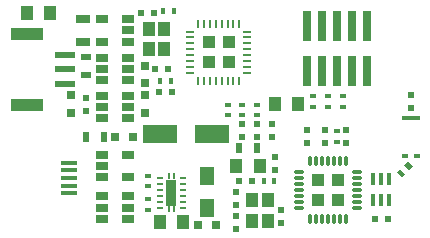
<source format=gbr>
G04 #@! TF.FileFunction,Paste,Top*
%FSLAX46Y46*%
G04 Gerber Fmt 4.6, Leading zero omitted, Abs format (unit mm)*
G04 Created by KiCad (PCBNEW 4.0.2-stable) date 2016-06-02 00:43:14*
%MOMM*%
G01*
G04 APERTURE LIST*
%ADD10C,0.100000*%
%ADD11R,0.740000X2.550000*%
%ADD12R,0.400000X0.600000*%
%ADD13R,1.000000X1.250000*%
%ADD14R,0.700000X0.250000*%
%ADD15R,0.250000X0.700000*%
%ADD16R,1.035000X1.035000*%
%ADD17R,1.350000X0.400000*%
%ADD18R,0.600000X0.500000*%
%ADD19R,0.500000X0.600000*%
%ADD20R,0.800000X0.750000*%
%ADD21R,0.750000X0.800000*%
%ADD22R,0.500000X0.900000*%
%ADD23R,0.900000X0.500000*%
%ADD24R,1.200000X1.500000*%
%ADD25R,0.350000X1.000000*%
%ADD26R,1.300000X0.700000*%
%ADD27R,0.600000X0.400000*%
%ADD28R,1.060000X0.650000*%
%ADD29O,0.850000X0.300000*%
%ADD30O,0.300000X0.850000*%
%ADD31R,1.005000X1.005000*%
%ADD32R,0.500000X0.280000*%
%ADD33R,0.250000X0.600000*%
%ADD34R,0.900000X2.300000*%
%ADD35R,1.000000X1.200000*%
%ADD36R,1.600000X0.400000*%
%ADD37R,1.800000X0.600000*%
%ADD38R,2.800000X1.000000*%
%ADD39R,2.999740X1.600200*%
G04 APERTURE END LIST*
D10*
D11*
X65210000Y-45905000D03*
X65210000Y-42095000D03*
X66480000Y-45905000D03*
X66480000Y-42095000D03*
X67750000Y-45905000D03*
X67750000Y-42095000D03*
X69020000Y-45905000D03*
X69020000Y-42095000D03*
X70290000Y-45905000D03*
X70290000Y-42095000D03*
D12*
X53050000Y-40900000D03*
X53950000Y-40900000D03*
D13*
X62500000Y-48750000D03*
X64500000Y-48750000D03*
D14*
X55350000Y-42600000D03*
X55350000Y-43100000D03*
X55350000Y-43600000D03*
X55350000Y-44100000D03*
X55350000Y-44600000D03*
X55350000Y-45100000D03*
X55350000Y-45600000D03*
X55350000Y-46100000D03*
D15*
X56000000Y-46750000D03*
X56500000Y-46750000D03*
X57000000Y-46750000D03*
X57500000Y-46750000D03*
X58000000Y-46750000D03*
X58500000Y-46750000D03*
X59000000Y-46750000D03*
X59500000Y-46750000D03*
D14*
X60150000Y-46100000D03*
X60150000Y-45600000D03*
X60150000Y-45100000D03*
X60150000Y-44600000D03*
X60150000Y-44100000D03*
X60150000Y-43600000D03*
X60150000Y-43100000D03*
X60150000Y-42600000D03*
D15*
X59500000Y-41950000D03*
X59000000Y-41950000D03*
X58500000Y-41950000D03*
X58000000Y-41950000D03*
X57500000Y-41950000D03*
X57000000Y-41950000D03*
X56500000Y-41950000D03*
X56000000Y-41950000D03*
D16*
X58612500Y-45212500D03*
X58612500Y-43487500D03*
X56887500Y-45212500D03*
X56887500Y-43487500D03*
D17*
X45062540Y-53699100D03*
X45062540Y-54349100D03*
X45062540Y-54999100D03*
X45062540Y-55649100D03*
X45062540Y-56299100D03*
D18*
X53450000Y-45800000D03*
X52350000Y-45800000D03*
D19*
X62250000Y-50450000D03*
X62250000Y-51550000D03*
D18*
X52300000Y-41000000D03*
X51200000Y-41000000D03*
D19*
X59750000Y-50450000D03*
X59750000Y-51550000D03*
X61000000Y-50450000D03*
X61000000Y-51550000D03*
D20*
X49000000Y-51500000D03*
X50500000Y-51500000D03*
D19*
X65250000Y-52050000D03*
X65250000Y-50950000D03*
X46500000Y-48200000D03*
X46500000Y-49300000D03*
D18*
X60550000Y-55250000D03*
X59450000Y-55250000D03*
D20*
X56000000Y-59000000D03*
X57500000Y-59000000D03*
D19*
X63000000Y-58850000D03*
X63000000Y-57750000D03*
D13*
X54750000Y-58750000D03*
X52750000Y-58750000D03*
D18*
X52700000Y-47750000D03*
X53800000Y-47750000D03*
D19*
X66750000Y-52050000D03*
X66750000Y-50950000D03*
X59250000Y-59300000D03*
X59250000Y-58200000D03*
X59250000Y-57300000D03*
X59250000Y-56200000D03*
D21*
X51500000Y-48000000D03*
X51500000Y-49500000D03*
D18*
X70950000Y-58500000D03*
X72050000Y-58500000D03*
D19*
X68500000Y-52050000D03*
X68500000Y-50950000D03*
X62500000Y-53200000D03*
X62500000Y-54300000D03*
D21*
X51500000Y-47000000D03*
X51500000Y-45500000D03*
D13*
X59250000Y-54000000D03*
X61250000Y-54000000D03*
X43500000Y-41000000D03*
X41500000Y-41000000D03*
D19*
X74000000Y-49050000D03*
X74000000Y-47950000D03*
D22*
X46500000Y-51500000D03*
X48000000Y-51500000D03*
D23*
X46500000Y-44750000D03*
X46500000Y-46250000D03*
D22*
X59500000Y-52500000D03*
X61000000Y-52500000D03*
D24*
X56750000Y-57550000D03*
X56750000Y-54850000D03*
D25*
X72150000Y-55100000D03*
X71500000Y-55100000D03*
X70850000Y-55100000D03*
X70850000Y-56900000D03*
X71500000Y-56900000D03*
X72150000Y-56900000D03*
D26*
X46250000Y-43450000D03*
X46250000Y-41550000D03*
D27*
X65750000Y-48050000D03*
X65750000Y-48950000D03*
X67000000Y-48050000D03*
X67000000Y-48950000D03*
X68250000Y-48050000D03*
X68250000Y-48950000D03*
X67750000Y-51950000D03*
X67750000Y-51050000D03*
D12*
X61550000Y-55250000D03*
X62450000Y-55250000D03*
D27*
X51750000Y-56800000D03*
X51750000Y-57700000D03*
X58500000Y-48800000D03*
X58500000Y-49700000D03*
X59750000Y-49700000D03*
X59750000Y-48800000D03*
X61000000Y-49700000D03*
X61000000Y-48800000D03*
D12*
X53700000Y-46750000D03*
X52800000Y-46750000D03*
D27*
X51750000Y-55700000D03*
X51750000Y-54800000D03*
D28*
X47900000Y-56550000D03*
X47900000Y-57500000D03*
X47900000Y-58450000D03*
X50100000Y-58450000D03*
X50100000Y-56550000D03*
X50100000Y-57500000D03*
X47900000Y-53050000D03*
X47900000Y-54000000D03*
X47900000Y-54950000D03*
X50100000Y-54950000D03*
X50100000Y-53050000D03*
D29*
X64550000Y-54500000D03*
X64550000Y-55000000D03*
X64550000Y-55500000D03*
X64550000Y-56000000D03*
X64550000Y-56500000D03*
X64550000Y-57000000D03*
X64550000Y-57500000D03*
D30*
X65500000Y-58450000D03*
X66000000Y-58450000D03*
X66500000Y-58450000D03*
X67000000Y-58450000D03*
X67500000Y-58450000D03*
X68000000Y-58450000D03*
X68500000Y-58450000D03*
D29*
X69450000Y-57500000D03*
X69450000Y-57000000D03*
X69450000Y-56500000D03*
X69450000Y-56000000D03*
X69450000Y-55500000D03*
X69450000Y-55000000D03*
X69450000Y-54500000D03*
D30*
X68500000Y-53550000D03*
X68000000Y-53550000D03*
X67500000Y-53550000D03*
X67000000Y-53550000D03*
X66500000Y-53550000D03*
X66000000Y-53550000D03*
X65500000Y-53550000D03*
D31*
X67837500Y-56837500D03*
X67837500Y-55162500D03*
X66162500Y-56837500D03*
X66162500Y-55162500D03*
D32*
X54700000Y-57500000D03*
X54700000Y-57000000D03*
X54700000Y-56500000D03*
X54700000Y-56000000D03*
X54700000Y-55500000D03*
X54700000Y-55000000D03*
X52800000Y-55000000D03*
X52800000Y-55500000D03*
X52800000Y-56000000D03*
X52800000Y-56500000D03*
X52800000Y-57000000D03*
X52800000Y-57500000D03*
D33*
X53500000Y-54850000D03*
X54000000Y-54850000D03*
X53500000Y-57650000D03*
X54000000Y-57650000D03*
D34*
X53750000Y-56250000D03*
D28*
X47900000Y-48050000D03*
X47900000Y-49000000D03*
X47900000Y-49950000D03*
X50100000Y-49950000D03*
X50100000Y-48050000D03*
X50100000Y-49000000D03*
X50100000Y-43450000D03*
X50100000Y-42500000D03*
X50100000Y-41550000D03*
X47900000Y-41550000D03*
X47900000Y-43450000D03*
D35*
X53150000Y-44100000D03*
X53150000Y-42400000D03*
X51850000Y-42400000D03*
X51850000Y-44100000D03*
X60600000Y-56900000D03*
X60600000Y-58600000D03*
X61900000Y-58600000D03*
X61900000Y-56900000D03*
D27*
X73500000Y-53100000D03*
X74500000Y-53100000D03*
D36*
X74000000Y-49900000D03*
D21*
X45250000Y-48000000D03*
X45250000Y-49500000D03*
D37*
X44700000Y-44550000D03*
X44700000Y-45800000D03*
X44700000Y-47050000D03*
D38*
X41500000Y-48800000D03*
X41500000Y-42800000D03*
D28*
X50100000Y-46700000D03*
X50100000Y-45750000D03*
X50100000Y-44800000D03*
X47900000Y-44800000D03*
X47900000Y-46700000D03*
X47900000Y-45750000D03*
D39*
X52800360Y-51250000D03*
X57199640Y-51250000D03*
D10*
G36*
X73252513Y-54921751D02*
X72828249Y-54497487D01*
X73111091Y-54214645D01*
X73535355Y-54638909D01*
X73252513Y-54921751D01*
X73252513Y-54921751D01*
G37*
G36*
X73888909Y-54285355D02*
X73464645Y-53861091D01*
X73747487Y-53578249D01*
X74171751Y-54002513D01*
X73888909Y-54285355D01*
X73888909Y-54285355D01*
G37*
M02*

</source>
